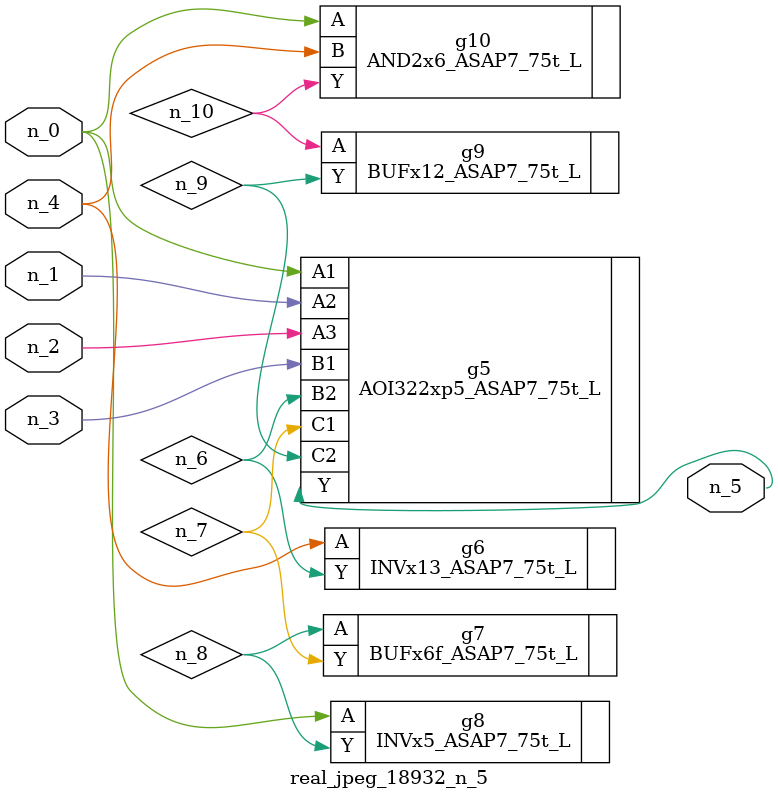
<source format=v>
module real_jpeg_18932_n_5 (n_4, n_0, n_1, n_2, n_3, n_5);

input n_4;
input n_0;
input n_1;
input n_2;
input n_3;

output n_5;

wire n_8;
wire n_6;
wire n_7;
wire n_10;
wire n_9;

AOI322xp5_ASAP7_75t_L g5 ( 
.A1(n_0),
.A2(n_1),
.A3(n_2),
.B1(n_3),
.B2(n_6),
.C1(n_7),
.C2(n_9),
.Y(n_5)
);

INVx5_ASAP7_75t_L g8 ( 
.A(n_0),
.Y(n_8)
);

AND2x6_ASAP7_75t_L g10 ( 
.A(n_0),
.B(n_4),
.Y(n_10)
);

INVx13_ASAP7_75t_L g6 ( 
.A(n_4),
.Y(n_6)
);

BUFx6f_ASAP7_75t_L g7 ( 
.A(n_8),
.Y(n_7)
);

BUFx12_ASAP7_75t_L g9 ( 
.A(n_10),
.Y(n_9)
);


endmodule
</source>
